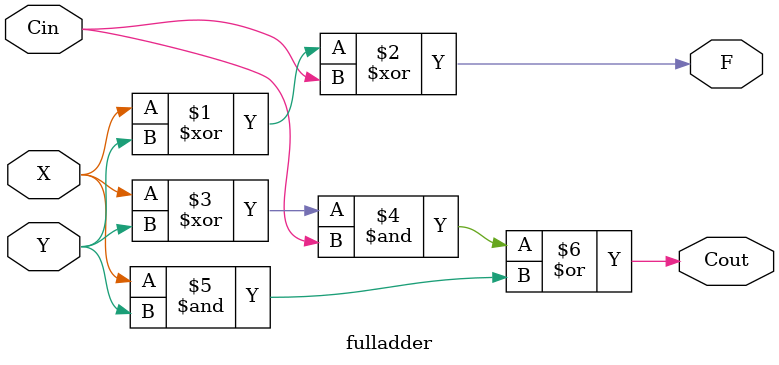
<source format=v>
module fulladder(X,Y,Cin,F,Cout);
    input X,Y,Cin;
    output F,Cout;
    assign F=X^Y^Cin;
    assign Cout=((X^Y)&Cin)|(X&Y);
endmodule

</source>
